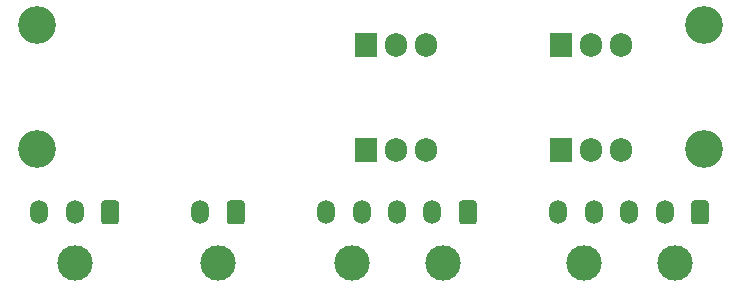
<source format=gbs>
%TF.GenerationSoftware,KiCad,Pcbnew,5.1.7*%
%TF.CreationDate,2020-11-17T16:44:46+01:00*%
%TF.ProjectId,pca9632_led_controller,70636139-3633-4325-9f6c-65645f636f6e,rev?*%
%TF.SameCoordinates,Original*%
%TF.FileFunction,Soldermask,Bot*%
%TF.FilePolarity,Negative*%
%FSLAX46Y46*%
G04 Gerber Fmt 4.6, Leading zero omitted, Abs format (unit mm)*
G04 Created by KiCad (PCBNEW 5.1.7) date 2020-11-17 16:44:46*
%MOMM*%
%LPD*%
G01*
G04 APERTURE LIST*
%ADD10C,3.200000*%
%ADD11O,1.905000X2.000000*%
%ADD12R,1.905000X2.000000*%
%ADD13O,1.500000X2.020000*%
%ADD14C,3.000000*%
G04 APERTURE END LIST*
D10*
%TO.C,REF\u002A\u002A*%
X70500000Y-92000000D03*
%TD*%
%TO.C,REF\u002A\u002A*%
X70500000Y-81500000D03*
%TD*%
%TO.C,REF\u002A\u002A*%
X127000000Y-92000000D03*
%TD*%
%TO.C,REF\u002A\u002A*%
X127000000Y-81500000D03*
%TD*%
D11*
%TO.C,Q4*%
X120015000Y-92050000D03*
X117475000Y-92050000D03*
D12*
X114935000Y-92050000D03*
%TD*%
D11*
%TO.C,Q3*%
X120015000Y-83160000D03*
X117475000Y-83160000D03*
D12*
X114935000Y-83160000D03*
%TD*%
D11*
%TO.C,Q2*%
X103505000Y-83160000D03*
X100965000Y-83160000D03*
D12*
X98425000Y-83160000D03*
%TD*%
D11*
%TO.C,Q1*%
X103505000Y-92050000D03*
X100965000Y-92050000D03*
D12*
X98425000Y-92050000D03*
%TD*%
D13*
%TO.C,J4*%
X114675000Y-97325000D03*
X117675000Y-97325000D03*
X120675000Y-97325000D03*
X123675000Y-97325000D03*
G36*
G01*
X127425000Y-96565000D02*
X127425000Y-98085000D01*
G75*
G02*
X127175000Y-98335000I-250000J0D01*
G01*
X126175000Y-98335000D01*
G75*
G02*
X125925000Y-98085000I0J250000D01*
G01*
X125925000Y-96565000D01*
G75*
G02*
X126175000Y-96315000I250000J0D01*
G01*
X127175000Y-96315000D01*
G75*
G02*
X127425000Y-96565000I0J-250000D01*
G01*
G37*
D14*
X116825000Y-101645000D03*
X124525000Y-101645000D03*
%TD*%
D13*
%TO.C,J3*%
X95025000Y-97325000D03*
X98025000Y-97325000D03*
X101025000Y-97325000D03*
X104025000Y-97325000D03*
G36*
G01*
X107775000Y-96565000D02*
X107775000Y-98085000D01*
G75*
G02*
X107525000Y-98335000I-250000J0D01*
G01*
X106525000Y-98335000D01*
G75*
G02*
X106275000Y-98085000I0J250000D01*
G01*
X106275000Y-96565000D01*
G75*
G02*
X106525000Y-96315000I250000J0D01*
G01*
X107525000Y-96315000D01*
G75*
G02*
X107775000Y-96565000I0J-250000D01*
G01*
G37*
D14*
X97175000Y-101645000D03*
X104875000Y-101645000D03*
%TD*%
D13*
%TO.C,J2*%
X84375000Y-97325000D03*
G36*
G01*
X88125000Y-96565000D02*
X88125000Y-98085000D01*
G75*
G02*
X87875000Y-98335000I-250000J0D01*
G01*
X86875000Y-98335000D01*
G75*
G02*
X86625000Y-98085000I0J250000D01*
G01*
X86625000Y-96565000D01*
G75*
G02*
X86875000Y-96315000I250000J0D01*
G01*
X87875000Y-96315000D01*
G75*
G02*
X88125000Y-96565000I0J-250000D01*
G01*
G37*
D14*
X85875000Y-101645000D03*
%TD*%
D13*
%TO.C,J1*%
X70725000Y-97325000D03*
X73725000Y-97325000D03*
G36*
G01*
X77475000Y-96565000D02*
X77475000Y-98085000D01*
G75*
G02*
X77225000Y-98335000I-250000J0D01*
G01*
X76225000Y-98335000D01*
G75*
G02*
X75975000Y-98085000I0J250000D01*
G01*
X75975000Y-96565000D01*
G75*
G02*
X76225000Y-96315000I250000J0D01*
G01*
X77225000Y-96315000D01*
G75*
G02*
X77475000Y-96565000I0J-250000D01*
G01*
G37*
D14*
X73725000Y-101645000D03*
%TD*%
M02*

</source>
